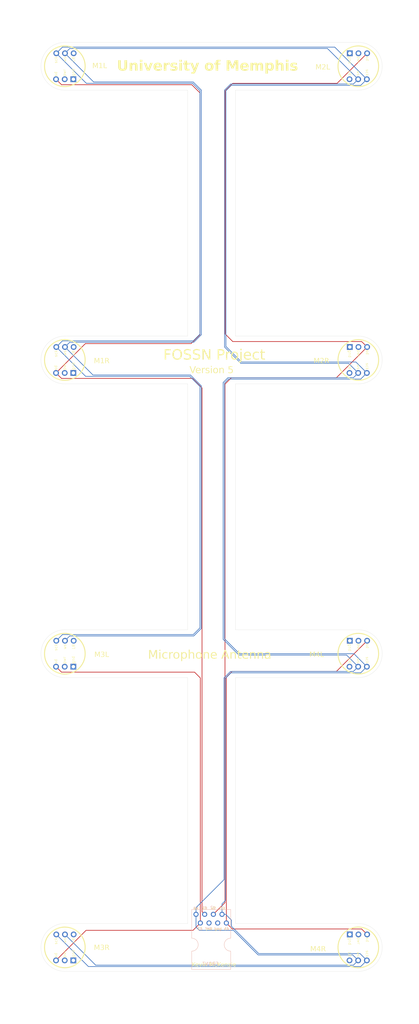
<source format=kicad_pcb>
(kicad_pcb (version 20240108) (generator "pcbnew") (generator_version "8.0")
  (layers (0 "F.Cu" signal) (1 "In1.Cu" power) (2 "In2.Cu" power) (31 "B.Cu" signal) (34 "B.Paste" user) (35 "F.Paste" user) (36 "B.SilkS" user "B.Silkscreen") (37 "F.SilkS" user "F.Silkscreen") (38 "B.Mask" user) (39 "F.Mask" user) (44 "Edge.Cuts" user))
  (net 0 "")
  (net 1 "gnd")
  (net 2 "pwr")
  (net 3 "ws")
  (net 4 "clk")
  (net 5 "d1")
  (net 6 "d2")
  (net 7 "d3")
  (net 8 "d4")
  (footprint "Audio_Module:INMP441_footprint" (layer "F.Cu") (at -502.55 89.8 90)
    (property "Reference" "REF**" (hide yes))
    (property "Value" "INMP441")
    (fp_circle (center 3.8 2.55) (end 9.75 2.5) (stroke (width 0.3)) (fill none) (layer "F.SilkS"))
    (fp_text user "ws" (at 5.05 3 90) (layer "F.SilkS") (effects (font (size 0.8 0.8) (thickness 0.1)) (justify left bottom)))
    (fp_text user "gnd" (at 0.85 5.5 90) (layer "F.SilkS") (effects (font (size 0.8 0.8) (thickness 0.1)) (justify left bottom)))
    (fp_text user "LR" (at 5.05 5.6 90) (layer "F.SilkS") (effects (font (size 0.8 0.8) (thickness 0.1)) (justify left bottom)))
    (fp_text user "pwr" (at 0.8 2.9 90) (layer "F.SilkS") (effects (font (size 0.8 0.8) (thickness 0.1)) (justify left bottom)))
    (fp_text user "sck" (at 4.6 0.4 90) (layer "F.SilkS") (effects (font (size 0.8 0.8) (thickness 0.1)) (justify left bottom)))
    (fp_text user "sd" (at 0.8 0.35 90) (layer "F.SilkS") (effects (font (size 0.8 0.8) (thickness 0.1)) (justify left bottom)))
    (pad "1" thru_hole rect (at 0 5.05 270) (size 1.7 1.7) (drill 1) (layers "*.Cu" "*.Mask") (net 1 "gnd"))
    (pad "1" thru_hole circle (at 7.6 5.13 270) (size 1.7 1.7) (drill 1) (layers "*.Cu" "*.Mask") (net 2 "pwr"))
    (pad "2" thru_hole circle (at 0 2.51 270) (size 1.7 1.7) (drill 1) (layers "*.Cu" "*.Mask") (net 2 "pwr"))
    (pad "2" thru_hole circle (at 7.6 2.59 270) (size 1.7 1.7) (drill 1) (layers "*.Cu" "*.Mask") (net 3 "ws"))
    (pad "3" thru_hole circle (at 0 -0.03 270) (size 1.7 1.7) (drill 1) (layers "*.Cu" "*.Mask") (net 5 "d1"))
    (pad "3" thru_hole circle (at 7.6 0.05 270) (size 1.7 1.7) (drill 1) (layers "*.Cu" "*.Mask") (net 4 "clk"))
  )
  (footprint "MountingHole:MountingHole_2.5mm" (layer "F.Cu") (at -456.8 128.6)
    (property "Reference" "REF**" (hide yes))
    (property "Value" "MountingHole_2.5mm" (hide yes))
    (pad "" np_thru_hole circle (at 0 0) (size 2.5 2.5) (drill 2.5) (layers "*.Cu" "*.Mask"))
  )
  (footprint "Audio_Module:INMP441_footprint" (layer "F.Cu") (at -502.55 3.8 90)
    (property "Reference" "REF**" (hide yes))
    (property "Value" "INMP441")
    (fp_circle (center 3.8 2.55) (end 9.75 2.5) (stroke (width 0.3)) (fill none) (layer "F.SilkS"))
    (fp_text user "gnd" (at 0.85 5.5 90) (layer "F.SilkS") (effects (font (size 0.8 0.8) (thickness 0.1)) (justify left bottom)))
    (fp_text user "sck" (at 4.6 0.4 90) (layer "F.SilkS") (effects (font (size 0.8 0.8) (thickness 0.1)) (justify left bottom)))
    (fp_text user "pwr" (at 0.8 2.9 90) (layer "F.SilkS") (effects (font (size 0.8 0.8) (thickness 0.1)) (justify left bottom)))
    (fp_text user "LR" (at 5.05 5.6 90) (layer "F.SilkS") (effects (font (size 0.8 0.8) (thickness 0.1)) (justify left bottom)))
    (fp_text user "sd" (at 0.8 0.35 90) (layer "F.SilkS") (effects (font (size 0.8 0.8) (thickness 0.1)) (justify left bottom)))
    (fp_text user "ws" (at 5.05 3 90) (layer "F.SilkS") (effects (font (size 0.8 0.8) (thickness 0.1)) (justify left bottom)))
    (pad "1" thru_hole rect (at 0 5.05 270) (size 1.7 1.7) (drill 1) (layers "*.Cu" "*.Mask") (net 1 "gnd"))
    (pad "1" thru_hole circle (at 7.6 5.13 270) (size 1.7 1.7) (drill 1) (layers "*.Cu" "*.Mask") (net 1 "gnd"))
    (pad "2" thru_hole circle (at 0 2.51 270) (size 1.7 1.7) (drill 1) (layers "*.Cu" "*.Mask") (net 2 "pwr"))
    (pad "2" thru_hole circle (at 7.6 2.59 270) (size 1.7 1.7) (drill 1) (layers "*.Cu" "*.Mask") (net 3 "ws"))
    (pad "3" thru_hole circle (at 0 -0.03 270) (size 1.7 1.7) (drill 1) (layers "*.Cu" "*.Mask") (net 5 "d1"))
    (pad "3" thru_hole circle (at 7.6 0.05 270) (size 1.7 1.7) (drill 1) (layers "*.Cu" "*.Mask") (net 4 "clk"))
  )
  (footprint "Audio_Module:INMP441_footprint" (layer "F.Cu") (at -502.55 261.8 90)
    (property "Reference" "REF**" (hide yes))
    (property "Value" "INMP441")
    (fp_circle (center 3.8 2.55) (end 9.75 2.5) (stroke (width 0.3)) (fill none) (layer "F.SilkS"))
    (fp_text user "sck" (at 4.6 0.4 90) (layer "F.SilkS") (effects (font (size 0.8 0.8) (thickness 0.1)) (justify left bottom)))
    (fp_text user "sd" (at 0.8 0.35 90) (layer "F.SilkS") (effects (font (size 0.8 0.8) (thickness 0.1)) (justify left bottom)))
    (fp_text user "LR" (at 5.05 5.6 90) (layer "F.SilkS") (effects (font (size 0.8 0.8) (thickness 0.1)) (justify left bottom)))
    (fp_text user "ws" (at 5.05 3 90) (layer "F.SilkS") (effects (font (size 0.8 0.8) (thickness 0.1)) (justify left bottom)))
    (fp_text user "pwr" (at 0.8 2.9 90) (layer "F.SilkS") (effects (font (size 0.8 0.8) (thickness 0.1)) (justify left bottom)))
    (fp_text user "gnd" (at 0.85 5.5 90) (layer "F.SilkS") (effects (font (size 0.8 0.8) (thickness 0.1)) (justify left bottom)))
    (pad "1" thru_hole rect (at 0 5.05 270) (size 1.7 1.7) (drill 1) (layers "*.Cu" "*.Mask") (net 1 "gnd"))
    (pad "1" thru_hole circle (at 7.6 5.13 270) (size 1.7 1.7) (drill 1) (layers "*.Cu" "*.Mask") (net 2 "pwr"))
    (pad "2" thru_hole circle (at 0 2.51 270) (size 1.7 1.7) (drill 1) (layers "*.Cu" "*.Mask") (net 2 "pwr"))
    (pad "2" thru_hole circle (at 7.6 2.59 270) (size 1.7 1.7) (drill 1) (layers "*.Cu" "*.Mask") (net 3 "ws"))
    (pad "3" thru_hole circle (at 0 -0.03 270) (size 1.7 1.7) (drill 1) (layers "*.Cu" "*.Mask") (net 7 "d3"))
    (pad "3" thru_hole circle (at 7.6 0.05 270) (size 1.7 1.7) (drill 1) (layers "*.Cu" "*.Mask") (net 4 "clk"))
  )
  (footprint "MountingHole:MountingHole_2.5mm" (layer "F.Cu") (at -456.94 204.74)
    (property "Reference" "REF**" (hide yes))
    (property "Value" "MountingHole_2.5mm" (hide yes))
    (pad "" np_thru_hole circle (at 0 0) (size 2.5 2.5) (drill 2.5) (layers "*.Mask" "F.Cu" "In1.Cu" "In2.Cu" "B.Cu"))
  )
  (footprint "MountingHole:MountingHole_2.5mm" (layer "F.Cu") (at -457.02 225.07)
    (property "Reference" "REF**" (hide yes))
    (property "Value" "MountingHole_2.5mm" (hide yes))
    (pad "" np_thru_hole circle (at 0 0) (size 2.5 2.5) (drill 2.5) (layers "*.Mask" "F.Cu" "In1.Cu" "In2.Cu" "B.Cu"))
  )
  (footprint "Audio_Module:INMP441_footprint" (layer "F.Cu") (at -411.45 82.2 -90)
    (property "Reference" "REF**" (hide yes))
    (property "Value" "INMP441")
    (fp_circle (center 3.8 2.55) (end 9.75 2.5) (stroke (width 0.3)) (fill none) (layer "F.SilkS"))
    (fp_text user "ws" (at 5.05 3 -90) (layer "F.SilkS") (effects (font (size 0.8 0.8) (thickness 0.1)) (justify left bottom)))
    (fp_text user "sck" (at 4.6 0.4 -90) (layer "F.SilkS") (effects (font (size 0.8 0.8) (thickness 0.1)) (justify left bottom)))
    (fp_text user "LR" (at 5.05 5.6 -90) (layer "F.SilkS") (effects (font (size 0.8 0.8) (thickness 0.1)) (justify left bottom)))
    (fp_text user "pwr" (at 0.8 2.9 -90) (layer "F.SilkS") (effects (font (size 0.8 0.8) (thickness 0.1)) (justify left bottom)))
    (fp_text user "sd" (at 0.8 0.35 -90) (layer "F.SilkS") (effects (font (size 0.8 0.8) (thickness 0.1)) (justify left bottom)))
    (fp_text user "gnd" (at 0.85 5.5 -90) (layer "F.SilkS") (effects (font (size 0.8 0.8) (thickness 0.1)) (justify left bottom)))
    (pad "1" thru_hole rect (at 0 5.05 90) (size 1.7 1.7) (drill 1) (layers "*.Cu" "*.Mask") (net 1 "gnd"))
    (pad "1" thru_hole circle (at 7.6 5.13 90) (size 1.7 1.7) (drill 1) (layers "*.Cu" "*.Mask") (net 2 "pwr"))
    (pad "2" thru_hole circle (at 0 2.51 90) (size 1.7 1.7) (drill 1) (layers "*.Cu" "*.Mask") (net 2 "pwr"))
    (pad "2" thru_hole circle (at 7.6 2.59 90) (size 1.7 1.7) (drill 1) (layers "*.Cu" "*.Mask") (net 3 "ws"))
    (pad "3" thru_hole circle (at 0 -0.03 90) (size 1.7 1.7) (drill 1) (layers "*.Cu" "*.Mask") (net 6 "d2"))
    (pad "3" thru_hole circle (at 7.6 0.05 90) (size 1.7 1.7) (drill 1) (layers "*.Cu" "*.Mask") (net 4 "clk"))
  )
  (footprint "MountingHole:MountingHole_2.5mm" (layer "F.Cu") (at -456.8 38.6)
    (property "Reference" "REF**" (hide yes))
    (property "Value" "MountingHole_2.5mm")
    (pad "" np_thru_hole circle (at 0 0) (size 2.5 2.5) (drill 2.5) (layers "*.Cu" "*.Mask"))
  )
  (footprint "Audio_Module:INMP441_footprint" (layer "F.Cu") (at -411.45 168.2 -90)
    (property "Reference" "REF**" (hide yes))
    (property "Value" "INMP441")
    (fp_circle (center 3.8 2.55) (end 9.75 2.5) (stroke (width 0.3)) (fill none) (layer "F.SilkS"))
    (fp_text user "sck" (at 4.6 0.4 -90) (layer "F.SilkS") (effects (font (size 0.8 0.8) (thickness 0.1)) (justify left bottom)))
    (fp_text user "sd" (at 0.8 0.35 -90) (layer "F.SilkS") (effects (font (size 0.8 0.8) (thickness 0.1)) (justify left bottom)))
    (fp_text user "gnd" (at 0.85 5.5 -90) (layer "F.SilkS") (effects (font (size 0.8 0.8) (thickness 0.1)) (justify left bottom)))
    (fp_text user "ws" (at 5.05 3 -90) (layer "F.SilkS") (effects (font (size 0.8 0.8) (thickness 0.1)) (justify left bottom)))
    (fp_text user "pwr" (at 0.8 2.9 -90) (layer "F.SilkS") (effects (font (size 0.8 0.8) (thickness 0.1)) (justify left bottom)))
    (fp_text user "LR" (at 5.05 5.6 -90) (layer "F.SilkS") (effects (font (size 0.8 0.8) (thickness 0.1)) (justify left bottom)))
    (pad "1" thru_hole rect (at 0 5.05 90) (size 1.7 1.7) (drill 1) (layers "*.Cu" "*.Mask") (net 1 "gnd"))
    (pad "1" thru_hole circle (at 7.6 5.13 90) (size 1.7 1.7) (drill 1) (layers "*.Cu" "*.Mask") (net 1 "gnd"))
    (pad "2" thru_hole circle (at 0 2.51 90) (size 1.7 1.7) (drill 1) (layers "*.Cu" "*.Mask") (net 2 "pwr"))
    (pad "2" thru_hole circle (at 7.6 2.59 90) (size 1.7 1.7) (drill 1) (layers "*.Cu" "*.Mask") (net 3 "ws"))
    (pad "3" thru_hole circle (at 0 -0.03 90) (size 1.7 1.7) (drill 1) (layers "*.Cu" "*.Mask") (net 8 "d4"))
    (pad "3" thru_hole circle (at 7.6 0.05 90) (size 1.7 1.7) (drill 1) (layers "*.Cu" "*.Mask") (net 4 "clk"))
  )
  (footprint "Audio_Module:INMP441_footprint" (layer "F.Cu") (at -411.45 254.2 -90)
    (property "Reference" "REF**" (hide yes))
    (property "Value" "INMP441")
    (fp_circle (center 3.8 2.55) (end 9.75 2.5) (stroke (width 0.3)) (fill none) (layer "F.SilkS"))
    (fp_text user "sd" (at 0.8 0.35 -90) (layer "F.SilkS") (effects (font (size 0.8 0.8) (thickness 0.1)) (justify left bottom)))
    (fp_text user "ws" (at 5.05 3 -90) (layer "F.SilkS") (effects (font (size 0.8 0.8) (thickness 0.1)) (justify left bottom)))
    (fp_text user "sck" (at 4.6 0.4 -90) (layer "F.SilkS") (effects (font (size 0.8 0.8) (thickness 0.1)) (justify left bottom)))
    (fp_text user "gnd" (at 0.85 5.5 -90) (layer "F.SilkS") (effects (font (size 0.8 0.8) (thickness 0.1)) (justify left bottom)))
    (fp_text user "LR" (at 5.05 5.6 -90) (layer "F.SilkS") (effects (font (size 0.8 0.8) (thickness 0.1)) (justify left bottom)))
    (pad "1" thru_hole rect (at 0 5.05 90) (size 1.7 1.7) (drill 1) (layers "*.Cu" "*.Mask") (net 1 "gnd"))
    (pad "1" thru_hole circle (at 7.6 5.13 90) (size 1.7 1.7) (drill 1) (layers "*.Cu" "*.Mask") (net 2 "pwr"))
    (pad "2" thru_hole circle (at 0 2.51 90) (size 1.7 1.7) (drill 1) (layers "*.Cu" "*.Mask") (net 2 "pwr"))
    (pad "2" thru_hole circle (at 7.6 2.59 90) (size 1.7 1.7) (drill 1) (layers "*.Cu" "*.Mask") (net 3 "ws"))
    (pad "3" thru_hole circle (at 0 -0.03 90) (size 1.7 1.7) (drill 1) (layers "*.Cu" "*.Mask") (net 8 "d4"))
    (pad "3" thru_hole circle (at 7.6 0.05 90) (size 1.7 1.7) (drill 1) (layers "*.Cu" "*.Mask") (net 4 "clk"))
  )
  (footprint "Audio_Module:INMP441_footprint" (layer "F.Cu") (at -411.45 -3.8 -90)
    (property "Reference" "REF**" (hide yes))
    (property "Value" "INMP441")
    (fp_circle (center 3.8 2.55) (end 9.75 2.5) (stroke (width 0.3)) (fill none) (layer "F.SilkS"))
    (fp_text user "sck" (at 4.6 0.4 -90) (layer "F.SilkS") (effects (font (size 0.8 0.8) (thickness 0.1)) (justify left bottom)))
    (fp_text user "pwr" (at 0.8 2.9 -90) (layer "F.SilkS") (effects (font (size 0.8 0.8) (thickness 0.1)) (justify left bottom)))
    (fp_text user "sd" (at 0.8 0.35 -90) (layer "F.SilkS") (effects (font (size 0.8 0.8) (thickness 0.1)) (justify left bottom)))
    (fp_text user "gnd" (at 0.85 5.5 -90) (layer "F.SilkS") (effects (font (size 0.8 0.8) (thickness 0.1)) (justify left bottom)))
    (fp_text user "ws" (at 5.05 3 -90) (layer "F.SilkS") (effects (font (size 0.8 0.8) (thickness 0.1)) (justify left bottom)))
    (fp_text user "LR" (at 5.05 5.6 -90) (layer "F.SilkS") (effects (font (size 0.8 0.8) (thickness 0.1)) (justify left bottom)))
    (pad "1" thru_hole rect (at 0 5.05 90) (size 1.7 1.7) (drill 1) (layers "*.Cu" "*.Mask") (net 1 "gnd"))
    (pad "1" thru_hole circle (at 7.6 5.13 90) (size 1.7 1.7) (drill 1) (layers "*.Cu" "*.Mask") (net 1 "gnd"))
    (pad "2" thru_hole circle (at 0 2.51 90) (size 1.7 1.7) (drill 1) (layers "*.Cu" "*.Mask") (net 2 "pwr"))
    (pad "2" thru_hole circle (at 7.6 2.59 90) (size 1.7 1.7) (drill 1) (layers "*.Cu" "*.Mask") (net 3 "ws"))
    (pad "3" thru_hole circle (at 0 -0.03 90) (size 1.7 1.7) (drill 1) (layers "*.Cu" "*.Mask") (net 6 "d2"))
    (pad "3" thru_hole circle (at 7.6 0.05 90) (size 1.7 1.7) (drill 1) (layers "*.Cu" "*.Mask") (net 4 "clk"))
  )
  (footprint "Audio_Module:INMP441_footprint" (layer "F.Cu") (at -502.55 175.8 90)
    (property "Reference" "REF**" (hide yes))
    (property "Value" "INMP441")
    (fp_circle (center 3.8 2.55) (end 9.75 2.5) (stroke (width 0.3)) (fill none) (layer "F.SilkS"))
    (fp_text user "sck" (at 4.6 0.4 90) (layer "F.SilkS") (effects (font (size 0.8 0.8) (thickness 0.1)) (justify left bottom)))
    (fp_text user "sd" (at 0.8 0.35 90) (layer "F.SilkS") (effects (font (size 0.8 0.8) (thickness 0.1)) (justify left bottom)))
    (fp_text user "ws" (at 5.05 3 90) (layer "F.SilkS") (effects (font (size 0.8 0.8) (thickness 0.1)) (justify left bottom)))
    (fp_text user "pwr" (at 0.8 2.9 90) (layer "F.SilkS") (effects (font (size 0.8 0.8) (thickness 0.1)) (justify left bottom)))
    (fp_text user "LR" (at 5.05 5.6 90) (layer "F.SilkS") (effects (font (size 0.8 0.8) (thickness 0.1)) (justify left bottom)))
    (fp_text user "gnd" (at 0.85 5.5 90) (layer "F.SilkS") (effects (font (size 0.8 0.8) (thickness 0.1)) (justify left bottom)))
    (pad "1" thru_hole rect (at 0 5.05 270) (size 1.7 1.7) (drill 1) (layers "*.Cu" "*.Mask") (net 1 "gnd"))
    (pad "1" thru_hole circle (at 7.6 5.13 270) (size 1.7 1.7) (drill 1) (layers "*.Cu" "*.Mask") (net 1 "gnd"))
    (pad "2" thru_hole circle (at 0 2.51 270) (size 1.7 1.7) (drill 1) (layers "*.Cu" "*.Mask") (net 2 "pwr"))
    (pad "2" thru_hole circle (at 7.6 2.59 270) (size 1.7 1.7) (drill 1) (layers "*.Cu" "*.Mask") (net 3 "ws"))
    (pad "3" thru_hole circle (at 0 -0.03 270) (size 1.7 1.7) (drill 1) (layers "*.Cu" "*.Mask") (net 7 "d3"))
    (pad "3" thru_hole circle (at 7.6 0.05 270) (size 1.7 1.7) (drill 1) (layers "*.Cu" "*.Mask") (net 4 "clk"))
  )
  (footprint "Connector_RJ:RJ45_Custom_2" (layer "B.Cu") (at -452.67 250.85 180)
    (property "Reference" "REF**" (hide yes))
    (property "Value" "RJ45")
    (fp_line (start 10.15 3.95) (end 10.15 -4.45) (stroke (width 0.1)) (layer "B.SilkS"))
    (fp_line (start 10.15 -8.275) (end 10.15 -13.6) (stroke (width 0.1)) (layer "B.SilkS"))
    (fp_line (start 10.15 -13.6) (end -1.275 -13.6) (stroke (width 0.1)) (layer "B.SilkS"))
    (fp_line (start -1.268574 -8.243574) (end -1.275 -13.6) (stroke (width 0.1)) (layer "B.SilkS"))
    (fp_line (start -1.275 3.95) (end 10.15 3.95) (stroke (width 0.1)) (layer "B.SilkS"))
    (fp_line (start -1.275 3.95) (end -1.275 -4.4) (stroke (width 0.1)) (layer "B.SilkS"))
    (fp_arc (start 10.15 -4.450001) (mid 8.256416 -6.350041) (end 10.150083 -8.249999) (stroke (width 0.1)) (layer "B.SilkS"))
    (fp_arc (start -1.268574 -8.243574) (mid 0.625 -6.35) (end -1.268574 -4.456426) (stroke (width 0.1)) (layer "B.SilkS"))
    (fp_text user "FRONT" (at 2.225 -12.55 0) (layer "B.SilkS") (effects (font (thickness 0.1)) (justify left bottom mirror)))
    (pad "" np_thru_hole circle (at -1.27 -6.35 180) (size 3.25 3.25) (drill 3.25) (layers "*.Cu" "*.Mask"))
    (pad "" np_thru_hole circle (at 10.16 -6.35) (size 3.25 3.25) (drill 3.25) (layers "*.Cu" "*.Mask"))
    (pad "1" thru_hole oval (at 0 0) (size 1.5 1.5) (drill 0.9) (layers "*.Cu" "*.Mask") (net 8 "d4"))
    (pad "2" thru_hole circle (at 1.27 2.54) (size 1.5 1.5) (drill 0.9) (layers "*.Cu" "*.Mask") (net 4 "clk"))
    (pad "3" thru_hole circle (at 2.54 0) (size 1.5 1.5) (drill 0.9) (layers "*.Cu" "*.Mask") (net 1 "gnd"))
    (pad "4" thru_hole circle (at 3.81 2.54) (size 1.5 1.5) (drill 0.9) (layers "*.Cu" "*.Mask") (net 6 "d2"))
    (pad "5" thru_hole circle (at 5.08 0) (size 1.5 1.5) (drill 0.9) (layers "*.Cu" "*.Mask") (net 2 "pwr"))
    (pad "6" thru_hole circle (at 6.35 2.54) (size 1.5 1.5) (drill 0.9) (layers "*.Cu" "*.Mask") (net 5 "d1"))
    (pad "7" thru_hole circle (at 7.62 0) (size 1.5 1.5) (drill 0.9) (layers "*.Cu" "*.Mask") (net 7 "d3"))
    (pad "8" thru_hole circle (at 8.89 2.54) (size 1.5 1.5) (drill 0.9) (layers "*.Cu" "*.Mask") (net 3 "ws"))
  )
  (gr_line (start -500 -7) (end -414 -7) (stroke (width 0.05)) (layer "Edge.Cuts"))
  (gr_arc (start -500 93) (mid -507 86) (end -500 79) (stroke (width 0.05)) (layer "Edge.Cuts"))
  (gr_line (start -500 79) (end -464 79) (stroke (width 0.05)) (layer "Edge.Cuts"))
  (gr_line (start -464 7) (end -464 79) (stroke (width 0.05)) (layer "Edge.Cuts"))
  (gr_line (start -500 251) (end -464 251) (stroke (width 0.05)) (layer "Edge.Cuts"))
  (gr_line (start -500 93) (end -464 93) (stroke (width 0.05)) (layer "Edge.Cuts"))
  (gr_arc (start -414 79) (mid -407 86) (end -414 93) (stroke (width 0.05)) (layer "Edge.Cuts"))
  (gr_line (start -414 7) (end -450 7) (stroke (width 0.05)) (layer "Edge.Cuts"))
  (gr_line (start -500 7) (end -464 7) (stroke (width 0.05)) (layer "Edge.Cuts"))
  (gr_line (start -450 7) (end -450 79) (stroke (width 0.05)) (layer "Edge.Cuts"))
  (gr_line (start -414 179) (end -450 179) (stroke (width 0.05)) (layer "Edge.Cuts"))
  (gr_line (start -464 93) (end -464 165) (stroke (width 0.05)) (layer "Edge.Cuts"))
  (gr_arc (start -500 179) (mid -507 172) (end -500 165) (stroke (width 0.05)) (layer "Edge.Cuts"))
  (gr_arc (start -414 251) (mid -407 258) (end -414 265) (stroke (width 0.05)) (layer "Edge.Cuts"))
  (gr_arc (start -500 7) (mid -507 0) (end -500 -7) (stroke (width 0.05)) (layer "Edge.Cuts"))
  (gr_line (start -500 179) (end -464 179) (stroke (width 0.05)) (layer "Edge.Cuts"))
  (gr_line (start -500 165) (end -464 165) (stroke (width 0.05)) (layer "Edge.Cuts"))
  (gr_line (start -414 93) (end -450 93) (stroke (width 0.05)) (layer "Edge.Cuts"))
  (gr_line (start -414 79) (end -450 79) (stroke (width 0.05)) (layer "Edge.Cuts"))
  (gr_line (start -414 251) (end -450 251) (stroke (width 0.05)) (layer "Edge.Cuts"))
  (gr_line (start -450 251) (end -450 179) (stroke (width 0.05)) (layer "Edge.Cuts"))
  (gr_line (start -450 165) (end -450 93) (stroke (width 0.05)) (layer "Edge.Cuts"))
  (gr_arc (start -500 265) (mid -507 258) (end -500 251) (stroke (width 0.05)) (layer "Edge.Cuts"))
  (gr_arc (start -414 165) (mid -407 172) (end -414 179) (stroke (width 0.05)) (layer "Edge.Cuts"))
  (gr_line (start -414 165) (end -450 165) (stroke (width 0.05)) (layer "Edge.Cuts"))
  (gr_arc (start -414 -7) (mid -407 0) (end -414 7) (stroke (width 0.05)) (layer "Edge.Cuts"))
  (gr_line (start -414 265) (end -500 265) (stroke (width 0.05)) (layer "Edge.Cuts"))
  (gr_line (start -464 251) (end -464 179) (stroke (width 0.05)) (layer "Edge.Cuts"))
  (gr_text "ws" (at -460.8 246.8 -0) (layer "B.SilkS") (effects (font (size 0.8 0.8) (thickness 0.1)) (justify left bottom mirror)))
  (gr_text "clk" (at -453 246.8 -0) (layer "B.SilkS") (effects (font (size 0.8 0.8) (thickness 0.1)) (justify left bottom mirror)))
  (gr_text "d3" (at -459.6 253 -0) (layer "B.SilkS") (effects (font (size 0.8 0.8) (thickness 0.1)) (justify left bottom mirror)))
  (gr_text "pwr" (at -456.8 252.8 -0) (layer "B.SilkS") (effects (font (size 0.8 0.8) (thickness 0.1)) (justify left bottom mirror)))
  (gr_text "d1" (at -458.2 246.8 -0) (layer "B.SilkS") (effects (font (size 0.8 0.8) (thickness 0.1)) (justify left bottom mirror)))
  (gr_text "d4" (at -451.8 253 -0) (layer "B.SilkS") (effects (font (size 0.8 0.8) (thickness 0.1)) (justify left bottom mirror)))
  (gr_text "gnd" (at -454 253 -0) (layer "B.SilkS") (effects (font (size 0.8 0.8) (thickness 0.1)) (justify left bottom mirror)))
  (gr_text "d2" (at -455.8 246.8 -0) (layer "B.SilkS") (effects (font (size 0.8 0.8) (thickness 0.1)) (justify left bottom mirror)))
  (gr_text "M3L" (at -489.2 173.2 0) (layer "F.SilkS") (effects (font (size 1.5 1.5) (thickness 0.2)) (justify bottom)))
  (gr_text "clk" (at -454.8 247 0) (layer "F.SilkS") (effects (font (size 0.8 0.8) (thickness 0.1)) (justify left bottom)))
  (gr_text "d1" (at -459.8 247 0) (layer "F.SilkS") (effects (font (size 0.8 0.8) (thickness 0.1)) (justify left bottom)))
  (gr_text "gnd" (at -456.2 253 0) (layer "F.SilkS") (effects (font (size 0.8 0.8) (thickness 0.1)) (justify left bottom)))
  (gr_text "pwr" (at -414.35 255 -90) (layer "F.SilkS") (effects (font (size 0.8 0.8) (thickness 0.1)) (justify left bottom)))
  (gr_text "M4L" (at -426.2 173.2 0) (layer "F.SilkS") (effects (font (size 1.5 1.5) (thickness 0.2)) (justify bottom)))
  (gr_text "FOSSN Project" (at -456.2 86.4 0) (layer "F.SilkS") (effects (font (size 3 3) (thickness 0.5)) (justify bottom)))
  (gr_text "M2L" (at -424.4 1.2 0) (layer "F.SilkS") (effects (font (size 1.5 1.5) (thickness 0.2)) (justify bottom)))
  (gr_text "d4" (at -453.4 253 0) (layer "F.SilkS") (effects (font (size 0.8 0.8) (thickness 0.1)) (justify left bottom)))
  (gr_text "M3R" (at -489.2 259 0) (layer "F.SilkS") (effects (font (size 1.5 1.5) (thickness 0.2)) (justify bottom)))
  (gr_text "d2" (at -457.2 247 0) (layer "F.SilkS") (effects (font (size 0.8 0.8) (thickness 0.1)) (justify left bottom)))
  (gr_text "M1R" (at -489.2 87.2 0) (layer "F.SilkS") (effects (font (size 1.5 1.5) (thickness 0.2)) (justify bottom)))
  (gr_text "M2R" (at -424.8 87.2 0) (layer "F.SilkS") (effects (font (size 1.5 1.5) (thickness 0.2)) (justify bottom)))
  (gr_text "Microphone Antenna" (at -457.56 173.89 0) (layer "F.SilkS") (effects (font (size 2.5 2.5) (thickness 0.5)) (justify bottom)))
  (gr_text "M1L" (at -489.8 0.8 0) (layer "F.SilkS") (effects (font (size 1.5 1.5) (thickness 0.2)) (justify bottom)))
  (gr_text "ws" (at -462.4 247 0) (layer "F.SilkS") (effects (font (size 0.8 0.8) (thickness 0.1)) (justify left bottom)))
  (gr_text "University of Memphis" (at -458.2 1.8 0) (layer "F.SilkS") (effects (font (size 3 3) (thickness 0.5) (bold yes)) (justify bottom)))
  (gr_text "d3" (at -461.2 253 0) (layer "F.SilkS") (effects (font (size 0.8 0.8) (thickness 0.1)) (justify left bottom)))
  (gr_text "pwr" (at -458.8 253 0) (layer "F.SilkS") (effects (font (size 0.8 0.8) (thickness 0.1)) (justify left bottom)))
  (gr_text "M4R" (at -425.8 259.4 0) (layer "F.SilkS") (effects (font (size 1.5 1.5) (thickness 0.2)) (justify bottom)))
  (gr_text "Version 5" (at -457 90.2 0) (layer "F.SilkS") (effects (font (size 2 2) (thickness 0.2)) (justify bottom)))
  (gr_text "Kevin McKenzie" (at -462.8 263.8 0) (layer "F.SilkS") (effects (font (size 1.2 1.2) (thickness 0.1)) (justify left bottom)))
  (segment (start -453.2 82.199999) (end -453.2 7) (width 0.2) (layer "B.Cu") (net 3))
  (segment (start -453.2 7) (end -451.4 5.2) (width 0.2) (layer "B.Cu") (net 3))
  (segment (start -451.465685 177.2) (end -415.44 177.2) (width 0.2) (layer "B.Cu") (net 3))
  (segment (start -463.200001 90.4) (end -460 93.6) (width 0.2) (layer "B.Cu") (net 3))
  (segment (start -490.96 263.2) (end -499.96 254.2) (width 0.2) (layer "B.Cu") (net 3))
  (segment (start -414.04 89.8) (end -416.84 87) (width 0.2) (layer "B.Cu") (net 3))
  (segment (start -460.6 253) (end -450.565685 253) (width 0.2) (layer "B.Cu") (net 3))
  (segment (start -415.44 5.2) (end -414.04 3.8) (width 0.2) (layer "B.Cu") (net 3))
  (segment (start -417.44 172.4) (end -449 172.4) (width 0.2) (layer "B.Cu") (net 3))
  (segment (start -449 172.4) (end -453.6 167.799999) (width 0.2) (layer "B.Cu") (net 3))
  (segment (start -498.56 80.8) (end -499.96 82.2) (width 0.2) (layer "B.Cu") (net 3))
  (segment (start -451.4 5.2) (end -415.44 5.2) (width 0.2) (layer "B.Cu") (net 3))
  (segment (start -462.2 166.8) (end -498.56 166.8) (width 0.2) (layer "B.Cu") (net 3))
  (segment (start -416.84 87) (end -448.4 87) (width 0.2) (layer "B.Cu") (net 3))
  (segment (start -498.56 -5.2) (end -499.96 -3.8) (width 0.2) (layer "B.Cu") (net 3))
  (segment (start -461.56 248.31) (end -461.56 252.04) (width 0.2) (layer "B.Cu") (net 3))
  (segment (start -461.56 246.36) (end -453.35 238.15) (width 0.2) (layer "B.Cu") (net 3))
  (segment (start -460 93.6) (end -460 164.6) (width 0.2) (layer "B.Cu") (net 3))
  (segment (start -443.365685 260.2) (end -415.64 260.2) (width 0.2) (layer "B.Cu") (net 3))
  (segment (start -414.04 3.8) (end -423.04 -5.2) (width 0.2) (layer "B.Cu") (net 3))
  (segment (start -414.04 261.8) (end -415.44 263.2) (width 0.2) (layer "B.Cu") (net 3))
  (segment (start -460 7) (end -460 78.6) (width 0.2) (layer "B.Cu") (net 3))
  (segment (start -415.44 263.2) (end -490.96 263.2) (width 0.2) (layer "B.Cu") (net 3))
  (segment (start -460 78.6) (end -462.2 80.8) (width 0.2) (layer "B.Cu") (net 3))
  (segment (start -414.04 175.8) (end -417.44 172.4) (width 0.2) (layer "B.Cu") (net 3))
  (segment (start -461.56 252.04) (end -460.6 253) (width 0.2) (layer "B.Cu") (net 3))
  (segment (start -423.04 -5.2) (end -498.56 -5.2) (width 0.2) (layer "B.Cu") (net 3))
  (segment (start -491.56 4.6) (end -462.4 4.6) (width 0.2) (layer "B.Cu") (net 3))
  (segment (start -415.44 91.2) (end -414.04 89.8) (width 0.2) (layer "B.Cu") (net 3))
  (segment (start -498.56 166.8) (end -499.96 168.2) (width 0.2) (layer "B.Cu") (net 3))
  (segment (start -461.56 248.31) (end -461.56 246.36) (width 0.2) (layer "B.Cu") (net 3))
  (segment (start -453.6 167.799999) (end -453.6 92.6) (width 0.2) (layer "B.Cu") (net 3))
  (segment (start -499.96 -3.8) (end -491.56 4.6) (width 0.2) (layer "B.Cu") (net 3))
  (segment (start -450.565685 253) (end -443.365685 260.2) (width 0.2) (layer "B.Cu") (net 3))
  (segment (start -453.35 179.084314) (end -451.465685 177.2) (width 0.2) (layer "B.Cu") (net 3))
  (segment (start -453.6 92.6) (end -452.2 91.2) (width 0.2) (layer "B.Cu") (net 3))
  (segment (start -453.35 238.15) (end -453.35 179.084314) (width 0.2) (layer "B.Cu") (net 3))
  (segment (start -462.2 80.8) (end -498.56 80.8) (width 0.2) (layer "B.Cu") (net 3))
  (segment (start -415.64 260.2) (end -414.04 261.8) (width 0.2) (layer "B.Cu") (net 3))
  (segment (start -452.2 91.2) (end -415.44 91.2) (width 0.2) (layer "B.Cu") (net 3))
  (segment (start -491.76 90.4) (end -463.200001 90.4) (width 0.2) (layer "B.Cu") (net 3))
  (segment (start -499.96 82.2) (end -491.76 90.4) (width 0.2) (layer "B.Cu") (net 3))
  (segment (start -462.4 4.6) (end -460 7) (width 0.2) (layer "B.Cu") (net 3))
  (segment (start -448.4 87) (end -453.2 82.199999) (width 0.2) (layer "B.Cu") (net 3))
  (segment (start -415.44 177.2) (end -414.04 175.8) (width 0.2) (layer "B.Cu") (net 3))
  (segment (start -460 164.6) (end -462.2 166.8) (width 0.2) (layer "B.Cu") (net 3))
  (segment (start -462.365686 166.4) (end -500.7 166.4) (width 0.2) (layer "B.Cu") (net 4))
  (segment (start -413.3 263.6) (end -493.1 263.6) (width 0.2) (layer "B.Cu") (net 4))
  (segment (start -463.365686 90.8) (end -460.4 93.765686) (width 0.2) (layer "B.Cu") (net 4))
  (segment (start -493.1 263.6) (end -502.5 254.2) (width 0.2) (layer "B.Cu") (net 4))
  (segment (start -448.834314 172) (end -453.2 167.634314) (width 0.2) (layer "B.Cu") (net 4))
  (segment (start -460.4 164.434314) (end -462.365686 166.4) (width 0.2) (layer "B.Cu") (net 4))
  (segment (start -414.7 86.6) (end -411.5 89.8) (width 0.2) (layer "B.Cu") (net 4))
  (segment (start -453.94 248.31) (end -453.94 245.26) (width 0.2) (layer "B.Cu") (net 4))
  (segment (start -453.94 248.31) (end -452.87934 248.31) (width 0.2) (layer "B.Cu") (net 4))
  (segment (start -411.5 175.8) (end -415.3 172) (width 0.2) (layer "B.Cu") (net 4))
  (segment (start -452.8 82.034314) (end -448.234314 86.6) (width 0.2) (layer "B.Cu") (net 4))
  (segment (start -420.9 -5.6) (end -500.7 -5.6) (width 0.2) (layer "B.Cu") (net 4))
  (segment (start -453.2 167.634314) (end -453.2 92.765686) (width 0.2) (layer "B.Cu") (net 4))
  (segment (start -413.3 177.6) (end -411.5 175.8) (width 0.2) (layer "B.Cu") (net 4))
  (segment (start -452.87934 248.31) (end -451.2 249.98934) (width 0.2) (layer "B.Cu") (net 4))
  (segment (start -452.95 244.27) (end -452.95 179.25) (width 0.2) (layer "B.Cu") (net 4))
  (segment (start -462.365686 80.4) (end -500.7 80.4) (width 0.2) (layer "B.Cu") (net 4))
  (segment (start -453.2 92.765686) (end -452.034314 91.6) (width 0.2) (layer "B.Cu") (net 4))
  (segment (start -451.2 249.98934) (end -451.2 251.8) (width 0.2) (layer "B.Cu") (net 4))
  (segment (start -500.7 166.4) (end -502.5 168.2) (width 0.2) (layer "B.Cu") (net 4))
  (segment (start -411.5 261.8) (end -413.3 263.6) (width 0.2) (layer "B.Cu") (net 4))
  (segment (start -493.9 90.8) (end -463.365686 90.8) (width 0.2) (layer "B.Cu") (net 4))
  (segment (start -452.95 179.25) (end -451.3 177.6) (width 0.2) (layer "B.Cu") (net 4))
  (segment (start -453.94 245.26) (end -452.95 244.27) (width 0.2) (layer "B.Cu") (net 4))
  (segment (start -500.7 80.4) (end -502.5 82.2) (width 0.2) (layer "B.Cu") (net 4))
  (segment (start -443.2 259.8) (end -413.5 259.8) (width 0.2) (layer "B.Cu") (net 4))
  (segment (start -451.2 251.8) (end -443.2 259.8) (width 0.2) (layer "B.Cu") (net 4))
  (segment (start -415.3 172) (end -448.834314 172) (width 0.2) (layer "B.Cu") (net 4))
  (segment (start -460.4 78.434314) (end -462.365686 80.4) (width 0.2) (layer "B.Cu") (net 4))
  (segment (start -462.565686 5) (end -460.4 7.165686) (width 0.2) (layer "B.Cu") (net 4))
  (segment (start -411.5 3.8) (end -413.3 5.6) (width 0.2) (layer "B.Cu") (net 4))
  (segment (start -500.7 -5.6) (end -502.5 -3.8) (width 0.2) (layer "B.Cu") (net 4))
  (segment (start -413.5 259.8) (end -411.5 261.8) (width 0.2) (layer "B.Cu") (net 4))
  (segment (start -502.5 82.2) (end -493.9 90.8) (width 0.2) (layer "B.Cu") (net 4))
  (segment (start -411.5 3.8) (end -420.9 -5.6) (width 0.2) (layer "B.Cu") (net 4))
  (segment (start -448.234314 86.6) (end -414.7 86.6) (width 0.2) (layer "B.Cu") (net 4))
  (segment (start -452.034314 91.6) (end -413.3 91.6) (width 0.2) (layer "B.Cu") (net 4))
  (segment (start -460.4 93.765686) (end -460.4 164.434314) (width 0.2) (layer "B.Cu") (net 4))
  (segment (start -413.3 5.6) (end -451.234314 5.6) (width 0.2) (layer "B.Cu") (net 4))
  (segment (start -502.5 -3.8) (end -493.7 5) (width 0.2) (layer "B.Cu") (net 4))
  (segment (start -451.3 177.6) (end -413.3 177.6) (width 0.2) (layer "B.Cu") (net 4))
  (segment (start -460.4 7.165686) (end -460.4 78.434314) (width 0.2) (layer "B.Cu") (net 4))
  (segment (start -452.8 7.165686) (end -452.8 82.034314) (width 0.2) (layer "B.Cu") (net 4))
  (segment (start -493.7 5) (end -462.565686 5) (width 0.2) (layer "B.Cu") (net 4))
  (segment (start -451.234314 5.6) (end -452.8 7.165686) (width 0.2) (layer "B.Cu") (net 4))
  (segment (start -413.3 91.6) (end -411.5 89.8) (width 0.2) (layer "B.Cu") (net 4))
  (segment (start -463 81.2) (end -460.4 78.6) (width 0.2) (layer "F.Cu") (net 5))
  (segment (start -493.98 81.2) (end -463 81.2) (width 0.2) (layer "F.Cu") (net 5))
  (segment (start -459.8 247.53) (end -459.8 94.2) (width 0.2) (layer "F.Cu") (net 5))
  (segment (start -500.98 91.4) (end -502.58 89.8) (width 0.2) (layer "F.Cu") (net 5))
  (segment (start -459.8 94.2) (end -462.6 91.4) (width 0.2) (layer "F.Cu") (net 5))
  (segment (start -462.6 91.4) (end -500.98 91.4) (width 0.2) (layer "F.Cu") (net 5))
  (segment (start -500.98 5.4) (end -502.58 3.8) (width 0.2) (layer "F.Cu") (net 5))
  (segment (start -460.4 7.8) (end -462.8 5.4) (width 0.2) (layer "F.Cu") (net 5))
  (segment (start -459.02 248.31) (end -459.8 247.53) (width 0.2) (layer "F.Cu") (net 5))
  (segment (start -502.58 89.8) (end -493.98 81.2) (width 0.2) (layer "F.Cu") (net 5))
  (segment (start -460.4 78.6) (end -460.4 7.8) (width 0.2) (layer "F.Cu") (net 5))
  (segment (start -462.8 5.4) (end -500.98 5.4) (width 0.2) (layer "F.Cu") (net 5))
  (segment (start -450.8 5) (end -420.22 5) (width 0.2) (layer "F.Cu") (net 6))
  (segment (start -413.02 80.6) (end -450.8 80.6) (width 0.2) (layer "F.Cu") (net 6))
  (segment (start -453 78.4) (end -453 7.2) (width 0.2) (layer "F.Cu") (net 6))
  (segment (start -456.48 248.31) (end -453.07 244.9) (width 0.2) (layer "F.Cu") (net 6))
  (segment (start -451.2 91.2) (end -420.42 91.2) (width 0.2) (layer "F.Cu") (net 6))
  (segment (start -453.07 244.9) (end -453.07 93.07) (width 0.2) (layer "F.Cu") (net 6))
  (segment (start -411.42 82.2) (end -413.02 80.6) (width 0.2) (layer "F.Cu") (net 6))
  (segment (start -453 7.2) (end -450.8 5) (width 0.2) (layer "F.Cu") (net 6))
  (segment (start -450.8 80.6) (end -453 78.4) (width 0.2) (layer "F.Cu") (net 6))
  (segment (start -420.22 5) (end -411.42 -3.8) (width 0.2) (layer "F.Cu") (net 6))
  (segment (start -420.42 91.2) (end -411.42 82.2) (width 0.2) (layer "F.Cu") (net 6))
  (segment (start -453.07 93.07) (end -451.2 91.2) (width 0.2) (layer "F.Cu") (net 6))
  (segment (start -460.29 179.11) (end -462 177.4) (width 0.2) (layer "F.Cu") (net 7))
  (segment (start -460.29 250.85) (end -462.44 253) (width 0.2) (layer "F.Cu") (net 7))
  (segment (start -462.44 253) (end -493.78 253) (width 0.2) (layer "F.Cu") (net 7))
  (segment (start -460.29 250.85) (end -460.29 179.11) (width 0.2) (layer "F.Cu") (net 7))
  (segment (start -500.98 177.4) (end -502.58 175.8) (width 0.2) (layer "F.Cu") (net 7))
  (segment (start -462 177.4) (end -500.98 177.4) (width 0.2) (layer "F.Cu") (net 7))
  (segment (start -493.78 253) (end -502.58 261.8) (width 0.2) (layer "F.Cu") (net 7))
  (segment (start -452.67 250.85) (end -453 250.52) (width 0.2) (layer "F.Cu") (net 8))
  (segment (start -450.92 252.6) (end -413.02 252.6) (width 0.2) (layer "F.Cu") (net 8))
  (segment (start -452.67 250.85) (end -452.67 178.87) (width 0.2) (layer "F.Cu") (net 8))
  (segment (start -452.67 250.85) (end -450.92 252.6) (width 0.2) (layer "F.Cu") (net 8))
  (segment (start -452.67 178.87) (end -451 177.2) (width 0.2) (layer "F.Cu") (net 8))
  (segment (start -420.42 177.2) (end -411.42 168.2) (width 0.2) (layer "F.Cu") (net 8))
  (segment (start -413.02 252.6) (end -411.42 254.2) (width 0.2) (layer "F.Cu") (net 8))
  (segment (start -451 177.2) (end -420.42 177.2) (width 0.2) (layer "F.Cu") (net 8))
)
</source>
